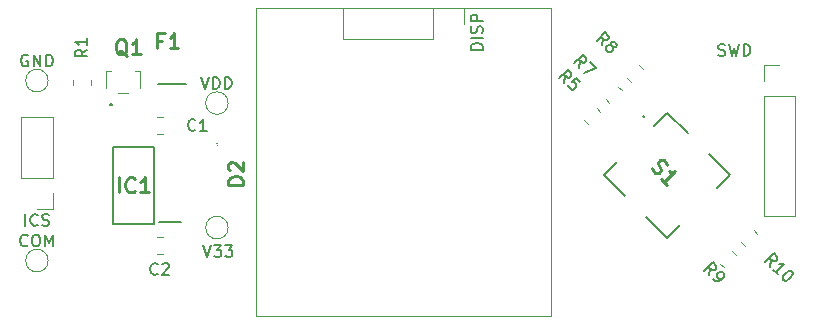
<source format=gbr>
%TF.GenerationSoftware,KiCad,Pcbnew,7.0.6*%
%TF.CreationDate,2024-01-24T15:29:16+09:00*%
%TF.ProjectId,EVO2_ICS_CARD,45564f32-5f49-4435-935f-434152442e6b,rev?*%
%TF.SameCoordinates,Original*%
%TF.FileFunction,Legend,Top*%
%TF.FilePolarity,Positive*%
%FSLAX46Y46*%
G04 Gerber Fmt 4.6, Leading zero omitted, Abs format (unit mm)*
G04 Created by KiCad (PCBNEW 7.0.6) date 2024-01-24 15:29:16*
%MOMM*%
%LPD*%
G01*
G04 APERTURE LIST*
%ADD10C,0.254000*%
%ADD11C,0.150000*%
%ADD12C,0.100000*%
%ADD13C,0.120000*%
%ADD14C,0.200000*%
G04 APERTURE END LIST*
D10*
X39690318Y-34211381D02*
X38420318Y-34211381D01*
X38420318Y-34211381D02*
X38420318Y-33909000D01*
X38420318Y-33909000D02*
X38480794Y-33727571D01*
X38480794Y-33727571D02*
X38601746Y-33606619D01*
X38601746Y-33606619D02*
X38722699Y-33546142D01*
X38722699Y-33546142D02*
X38964603Y-33485666D01*
X38964603Y-33485666D02*
X39146032Y-33485666D01*
X39146032Y-33485666D02*
X39387937Y-33546142D01*
X39387937Y-33546142D02*
X39508889Y-33606619D01*
X39508889Y-33606619D02*
X39629842Y-33727571D01*
X39629842Y-33727571D02*
X39690318Y-33909000D01*
X39690318Y-33909000D02*
X39690318Y-34211381D01*
X38541270Y-33001857D02*
X38480794Y-32941381D01*
X38480794Y-32941381D02*
X38420318Y-32820428D01*
X38420318Y-32820428D02*
X38420318Y-32518047D01*
X38420318Y-32518047D02*
X38480794Y-32397095D01*
X38480794Y-32397095D02*
X38541270Y-32336619D01*
X38541270Y-32336619D02*
X38662222Y-32276142D01*
X38662222Y-32276142D02*
X38783175Y-32276142D01*
X38783175Y-32276142D02*
X38964603Y-32336619D01*
X38964603Y-32336619D02*
X39690318Y-33062333D01*
X39690318Y-33062333D02*
X39690318Y-32276142D01*
D11*
X36306286Y-39332819D02*
X36639619Y-40332819D01*
X36639619Y-40332819D02*
X36972952Y-39332819D01*
X37211048Y-39332819D02*
X37830095Y-39332819D01*
X37830095Y-39332819D02*
X37496762Y-39713771D01*
X37496762Y-39713771D02*
X37639619Y-39713771D01*
X37639619Y-39713771D02*
X37734857Y-39761390D01*
X37734857Y-39761390D02*
X37782476Y-39809009D01*
X37782476Y-39809009D02*
X37830095Y-39904247D01*
X37830095Y-39904247D02*
X37830095Y-40142342D01*
X37830095Y-40142342D02*
X37782476Y-40237580D01*
X37782476Y-40237580D02*
X37734857Y-40285200D01*
X37734857Y-40285200D02*
X37639619Y-40332819D01*
X37639619Y-40332819D02*
X37353905Y-40332819D01*
X37353905Y-40332819D02*
X37258667Y-40285200D01*
X37258667Y-40285200D02*
X37211048Y-40237580D01*
X38163429Y-39332819D02*
X38782476Y-39332819D01*
X38782476Y-39332819D02*
X38449143Y-39713771D01*
X38449143Y-39713771D02*
X38592000Y-39713771D01*
X38592000Y-39713771D02*
X38687238Y-39761390D01*
X38687238Y-39761390D02*
X38734857Y-39809009D01*
X38734857Y-39809009D02*
X38782476Y-39904247D01*
X38782476Y-39904247D02*
X38782476Y-40142342D01*
X38782476Y-40142342D02*
X38734857Y-40237580D01*
X38734857Y-40237580D02*
X38687238Y-40285200D01*
X38687238Y-40285200D02*
X38592000Y-40332819D01*
X38592000Y-40332819D02*
X38306286Y-40332819D01*
X38306286Y-40332819D02*
X38211048Y-40285200D01*
X38211048Y-40285200D02*
X38163429Y-40237580D01*
X32450833Y-41761580D02*
X32403214Y-41809200D01*
X32403214Y-41809200D02*
X32260357Y-41856819D01*
X32260357Y-41856819D02*
X32165119Y-41856819D01*
X32165119Y-41856819D02*
X32022262Y-41809200D01*
X32022262Y-41809200D02*
X31927024Y-41713961D01*
X31927024Y-41713961D02*
X31879405Y-41618723D01*
X31879405Y-41618723D02*
X31831786Y-41428247D01*
X31831786Y-41428247D02*
X31831786Y-41285390D01*
X31831786Y-41285390D02*
X31879405Y-41094914D01*
X31879405Y-41094914D02*
X31927024Y-40999676D01*
X31927024Y-40999676D02*
X32022262Y-40904438D01*
X32022262Y-40904438D02*
X32165119Y-40856819D01*
X32165119Y-40856819D02*
X32260357Y-40856819D01*
X32260357Y-40856819D02*
X32403214Y-40904438D01*
X32403214Y-40904438D02*
X32450833Y-40952057D01*
X32831786Y-40952057D02*
X32879405Y-40904438D01*
X32879405Y-40904438D02*
X32974643Y-40856819D01*
X32974643Y-40856819D02*
X33212738Y-40856819D01*
X33212738Y-40856819D02*
X33307976Y-40904438D01*
X33307976Y-40904438D02*
X33355595Y-40952057D01*
X33355595Y-40952057D02*
X33403214Y-41047295D01*
X33403214Y-41047295D02*
X33403214Y-41142533D01*
X33403214Y-41142533D02*
X33355595Y-41285390D01*
X33355595Y-41285390D02*
X32784167Y-41856819D01*
X32784167Y-41856819D02*
X33403214Y-41856819D01*
D10*
X29851047Y-23301270D02*
X29730095Y-23240794D01*
X29730095Y-23240794D02*
X29609142Y-23119842D01*
X29609142Y-23119842D02*
X29427714Y-22938413D01*
X29427714Y-22938413D02*
X29306761Y-22877937D01*
X29306761Y-22877937D02*
X29185809Y-22877937D01*
X29246285Y-23180318D02*
X29125333Y-23119842D01*
X29125333Y-23119842D02*
X29004380Y-22998889D01*
X29004380Y-22998889D02*
X28943904Y-22756984D01*
X28943904Y-22756984D02*
X28943904Y-22333651D01*
X28943904Y-22333651D02*
X29004380Y-22091746D01*
X29004380Y-22091746D02*
X29125333Y-21970794D01*
X29125333Y-21970794D02*
X29246285Y-21910318D01*
X29246285Y-21910318D02*
X29488190Y-21910318D01*
X29488190Y-21910318D02*
X29609142Y-21970794D01*
X29609142Y-21970794D02*
X29730095Y-22091746D01*
X29730095Y-22091746D02*
X29790571Y-22333651D01*
X29790571Y-22333651D02*
X29790571Y-22756984D01*
X29790571Y-22756984D02*
X29730095Y-22998889D01*
X29730095Y-22998889D02*
X29609142Y-23119842D01*
X29609142Y-23119842D02*
X29488190Y-23180318D01*
X29488190Y-23180318D02*
X29246285Y-23180318D01*
X31000095Y-23180318D02*
X30274380Y-23180318D01*
X30637237Y-23180318D02*
X30637237Y-21910318D01*
X30637237Y-21910318D02*
X30516285Y-22091746D01*
X30516285Y-22091746D02*
X30395333Y-22212699D01*
X30395333Y-22212699D02*
X30274380Y-22273175D01*
D11*
X21248810Y-37694819D02*
X21248810Y-36694819D01*
X22296428Y-37599580D02*
X22248809Y-37647200D01*
X22248809Y-37647200D02*
X22105952Y-37694819D01*
X22105952Y-37694819D02*
X22010714Y-37694819D01*
X22010714Y-37694819D02*
X21867857Y-37647200D01*
X21867857Y-37647200D02*
X21772619Y-37551961D01*
X21772619Y-37551961D02*
X21725000Y-37456723D01*
X21725000Y-37456723D02*
X21677381Y-37266247D01*
X21677381Y-37266247D02*
X21677381Y-37123390D01*
X21677381Y-37123390D02*
X21725000Y-36932914D01*
X21725000Y-36932914D02*
X21772619Y-36837676D01*
X21772619Y-36837676D02*
X21867857Y-36742438D01*
X21867857Y-36742438D02*
X22010714Y-36694819D01*
X22010714Y-36694819D02*
X22105952Y-36694819D01*
X22105952Y-36694819D02*
X22248809Y-36742438D01*
X22248809Y-36742438D02*
X22296428Y-36790057D01*
X22677381Y-37647200D02*
X22820238Y-37694819D01*
X22820238Y-37694819D02*
X23058333Y-37694819D01*
X23058333Y-37694819D02*
X23153571Y-37647200D01*
X23153571Y-37647200D02*
X23201190Y-37599580D01*
X23201190Y-37599580D02*
X23248809Y-37504342D01*
X23248809Y-37504342D02*
X23248809Y-37409104D01*
X23248809Y-37409104D02*
X23201190Y-37313866D01*
X23201190Y-37313866D02*
X23153571Y-37266247D01*
X23153571Y-37266247D02*
X23058333Y-37218628D01*
X23058333Y-37218628D02*
X22867857Y-37171009D01*
X22867857Y-37171009D02*
X22772619Y-37123390D01*
X22772619Y-37123390D02*
X22725000Y-37075771D01*
X22725000Y-37075771D02*
X22677381Y-36980533D01*
X22677381Y-36980533D02*
X22677381Y-36885295D01*
X22677381Y-36885295D02*
X22725000Y-36790057D01*
X22725000Y-36790057D02*
X22772619Y-36742438D01*
X22772619Y-36742438D02*
X22867857Y-36694819D01*
X22867857Y-36694819D02*
X23105952Y-36694819D01*
X23105952Y-36694819D02*
X23248809Y-36742438D01*
X21439285Y-39351580D02*
X21391666Y-39399200D01*
X21391666Y-39399200D02*
X21248809Y-39446819D01*
X21248809Y-39446819D02*
X21153571Y-39446819D01*
X21153571Y-39446819D02*
X21010714Y-39399200D01*
X21010714Y-39399200D02*
X20915476Y-39303961D01*
X20915476Y-39303961D02*
X20867857Y-39208723D01*
X20867857Y-39208723D02*
X20820238Y-39018247D01*
X20820238Y-39018247D02*
X20820238Y-38875390D01*
X20820238Y-38875390D02*
X20867857Y-38684914D01*
X20867857Y-38684914D02*
X20915476Y-38589676D01*
X20915476Y-38589676D02*
X21010714Y-38494438D01*
X21010714Y-38494438D02*
X21153571Y-38446819D01*
X21153571Y-38446819D02*
X21248809Y-38446819D01*
X21248809Y-38446819D02*
X21391666Y-38494438D01*
X21391666Y-38494438D02*
X21439285Y-38542057D01*
X22058333Y-38446819D02*
X22248809Y-38446819D01*
X22248809Y-38446819D02*
X22344047Y-38494438D01*
X22344047Y-38494438D02*
X22439285Y-38589676D01*
X22439285Y-38589676D02*
X22486904Y-38780152D01*
X22486904Y-38780152D02*
X22486904Y-39113485D01*
X22486904Y-39113485D02*
X22439285Y-39303961D01*
X22439285Y-39303961D02*
X22344047Y-39399200D01*
X22344047Y-39399200D02*
X22248809Y-39446819D01*
X22248809Y-39446819D02*
X22058333Y-39446819D01*
X22058333Y-39446819D02*
X21963095Y-39399200D01*
X21963095Y-39399200D02*
X21867857Y-39303961D01*
X21867857Y-39303961D02*
X21820238Y-39113485D01*
X21820238Y-39113485D02*
X21820238Y-38780152D01*
X21820238Y-38780152D02*
X21867857Y-38589676D01*
X21867857Y-38589676D02*
X21963095Y-38494438D01*
X21963095Y-38494438D02*
X22058333Y-38446819D01*
X22915476Y-39446819D02*
X22915476Y-38446819D01*
X22915476Y-38446819D02*
X23248809Y-39161104D01*
X23248809Y-39161104D02*
X23582142Y-38446819D01*
X23582142Y-38446819D02*
X23582142Y-39446819D01*
X36131667Y-25111819D02*
X36465000Y-26111819D01*
X36465000Y-26111819D02*
X36798333Y-25111819D01*
X37131667Y-26111819D02*
X37131667Y-25111819D01*
X37131667Y-25111819D02*
X37369762Y-25111819D01*
X37369762Y-25111819D02*
X37512619Y-25159438D01*
X37512619Y-25159438D02*
X37607857Y-25254676D01*
X37607857Y-25254676D02*
X37655476Y-25349914D01*
X37655476Y-25349914D02*
X37703095Y-25540390D01*
X37703095Y-25540390D02*
X37703095Y-25683247D01*
X37703095Y-25683247D02*
X37655476Y-25873723D01*
X37655476Y-25873723D02*
X37607857Y-25968961D01*
X37607857Y-25968961D02*
X37512619Y-26064200D01*
X37512619Y-26064200D02*
X37369762Y-26111819D01*
X37369762Y-26111819D02*
X37131667Y-26111819D01*
X38131667Y-26111819D02*
X38131667Y-25111819D01*
X38131667Y-25111819D02*
X38369762Y-25111819D01*
X38369762Y-25111819D02*
X38512619Y-25159438D01*
X38512619Y-25159438D02*
X38607857Y-25254676D01*
X38607857Y-25254676D02*
X38655476Y-25349914D01*
X38655476Y-25349914D02*
X38703095Y-25540390D01*
X38703095Y-25540390D02*
X38703095Y-25683247D01*
X38703095Y-25683247D02*
X38655476Y-25873723D01*
X38655476Y-25873723D02*
X38607857Y-25968961D01*
X38607857Y-25968961D02*
X38512619Y-26064200D01*
X38512619Y-26064200D02*
X38369762Y-26111819D01*
X38369762Y-26111819D02*
X38131667Y-26111819D01*
D10*
X29165237Y-34864318D02*
X29165237Y-33594318D01*
X30495714Y-34743365D02*
X30435238Y-34803842D01*
X30435238Y-34803842D02*
X30253809Y-34864318D01*
X30253809Y-34864318D02*
X30132857Y-34864318D01*
X30132857Y-34864318D02*
X29951428Y-34803842D01*
X29951428Y-34803842D02*
X29830476Y-34682889D01*
X29830476Y-34682889D02*
X29769999Y-34561937D01*
X29769999Y-34561937D02*
X29709523Y-34320032D01*
X29709523Y-34320032D02*
X29709523Y-34138603D01*
X29709523Y-34138603D02*
X29769999Y-33896699D01*
X29769999Y-33896699D02*
X29830476Y-33775746D01*
X29830476Y-33775746D02*
X29951428Y-33654794D01*
X29951428Y-33654794D02*
X30132857Y-33594318D01*
X30132857Y-33594318D02*
X30253809Y-33594318D01*
X30253809Y-33594318D02*
X30435238Y-33654794D01*
X30435238Y-33654794D02*
X30495714Y-33715270D01*
X31705238Y-34864318D02*
X30979523Y-34864318D01*
X31342380Y-34864318D02*
X31342380Y-33594318D01*
X31342380Y-33594318D02*
X31221428Y-33775746D01*
X31221428Y-33775746D02*
X31100476Y-33896699D01*
X31100476Y-33896699D02*
X30979523Y-33957175D01*
D11*
X79147765Y-41901532D02*
X79248780Y-41329113D01*
X78743704Y-41497471D02*
X79450811Y-40790365D01*
X79450811Y-40790365D02*
X79720185Y-41059739D01*
X79720185Y-41059739D02*
X79753857Y-41160754D01*
X79753857Y-41160754D02*
X79753857Y-41228097D01*
X79753857Y-41228097D02*
X79720185Y-41329113D01*
X79720185Y-41329113D02*
X79619170Y-41430128D01*
X79619170Y-41430128D02*
X79518154Y-41463800D01*
X79518154Y-41463800D02*
X79450811Y-41463800D01*
X79450811Y-41463800D02*
X79349796Y-41430128D01*
X79349796Y-41430128D02*
X79080422Y-41160754D01*
X79484483Y-42238250D02*
X79619170Y-42372937D01*
X79619170Y-42372937D02*
X79720185Y-42406609D01*
X79720185Y-42406609D02*
X79787528Y-42406609D01*
X79787528Y-42406609D02*
X79955887Y-42372937D01*
X79955887Y-42372937D02*
X80124246Y-42271922D01*
X80124246Y-42271922D02*
X80393620Y-42002548D01*
X80393620Y-42002548D02*
X80427292Y-41901532D01*
X80427292Y-41901532D02*
X80427292Y-41834189D01*
X80427292Y-41834189D02*
X80393620Y-41733174D01*
X80393620Y-41733174D02*
X80258933Y-41598487D01*
X80258933Y-41598487D02*
X80157918Y-41564815D01*
X80157918Y-41564815D02*
X80090574Y-41564815D01*
X80090574Y-41564815D02*
X79989559Y-41598487D01*
X79989559Y-41598487D02*
X79821200Y-41766845D01*
X79821200Y-41766845D02*
X79787528Y-41867861D01*
X79787528Y-41867861D02*
X79787528Y-41935204D01*
X79787528Y-41935204D02*
X79821200Y-42036219D01*
X79821200Y-42036219D02*
X79955887Y-42170906D01*
X79955887Y-42170906D02*
X80056902Y-42204578D01*
X80056902Y-42204578D02*
X80124246Y-42204578D01*
X80124246Y-42204578D02*
X80225261Y-42170906D01*
X66870542Y-25603754D02*
X66971557Y-25031335D01*
X66466481Y-25199693D02*
X67173588Y-24492587D01*
X67173588Y-24492587D02*
X67442962Y-24761961D01*
X67442962Y-24761961D02*
X67476634Y-24862976D01*
X67476634Y-24862976D02*
X67476634Y-24930319D01*
X67476634Y-24930319D02*
X67442962Y-25031335D01*
X67442962Y-25031335D02*
X67341947Y-25132350D01*
X67341947Y-25132350D02*
X67240931Y-25166022D01*
X67240931Y-25166022D02*
X67173588Y-25166022D01*
X67173588Y-25166022D02*
X67072573Y-25132350D01*
X67072573Y-25132350D02*
X66803199Y-24862976D01*
X68217412Y-25536411D02*
X67880695Y-25199693D01*
X67880695Y-25199693D02*
X67510305Y-25502739D01*
X67510305Y-25502739D02*
X67577649Y-25502739D01*
X67577649Y-25502739D02*
X67678664Y-25536411D01*
X67678664Y-25536411D02*
X67847023Y-25704770D01*
X67847023Y-25704770D02*
X67880695Y-25805785D01*
X67880695Y-25805785D02*
X67880695Y-25873128D01*
X67880695Y-25873128D02*
X67847023Y-25974144D01*
X67847023Y-25974144D02*
X67678664Y-26142502D01*
X67678664Y-26142502D02*
X67577649Y-26176174D01*
X67577649Y-26176174D02*
X67510305Y-26176174D01*
X67510305Y-26176174D02*
X67409290Y-26142502D01*
X67409290Y-26142502D02*
X67240931Y-25974144D01*
X67240931Y-25974144D02*
X67207260Y-25873128D01*
X67207260Y-25873128D02*
X67207260Y-25805785D01*
X79922857Y-23267200D02*
X80065714Y-23314819D01*
X80065714Y-23314819D02*
X80303809Y-23314819D01*
X80303809Y-23314819D02*
X80399047Y-23267200D01*
X80399047Y-23267200D02*
X80446666Y-23219580D01*
X80446666Y-23219580D02*
X80494285Y-23124342D01*
X80494285Y-23124342D02*
X80494285Y-23029104D01*
X80494285Y-23029104D02*
X80446666Y-22933866D01*
X80446666Y-22933866D02*
X80399047Y-22886247D01*
X80399047Y-22886247D02*
X80303809Y-22838628D01*
X80303809Y-22838628D02*
X80113333Y-22791009D01*
X80113333Y-22791009D02*
X80018095Y-22743390D01*
X80018095Y-22743390D02*
X79970476Y-22695771D01*
X79970476Y-22695771D02*
X79922857Y-22600533D01*
X79922857Y-22600533D02*
X79922857Y-22505295D01*
X79922857Y-22505295D02*
X79970476Y-22410057D01*
X79970476Y-22410057D02*
X80018095Y-22362438D01*
X80018095Y-22362438D02*
X80113333Y-22314819D01*
X80113333Y-22314819D02*
X80351428Y-22314819D01*
X80351428Y-22314819D02*
X80494285Y-22362438D01*
X80827619Y-22314819D02*
X81065714Y-23314819D01*
X81065714Y-23314819D02*
X81256190Y-22600533D01*
X81256190Y-22600533D02*
X81446666Y-23314819D01*
X81446666Y-23314819D02*
X81684762Y-22314819D01*
X82065714Y-23314819D02*
X82065714Y-22314819D01*
X82065714Y-22314819D02*
X82303809Y-22314819D01*
X82303809Y-22314819D02*
X82446666Y-22362438D01*
X82446666Y-22362438D02*
X82541904Y-22457676D01*
X82541904Y-22457676D02*
X82589523Y-22552914D01*
X82589523Y-22552914D02*
X82637142Y-22743390D01*
X82637142Y-22743390D02*
X82637142Y-22886247D01*
X82637142Y-22886247D02*
X82589523Y-23076723D01*
X82589523Y-23076723D02*
X82541904Y-23171961D01*
X82541904Y-23171961D02*
X82446666Y-23267200D01*
X82446666Y-23267200D02*
X82303809Y-23314819D01*
X82303809Y-23314819D02*
X82065714Y-23314819D01*
D10*
X32850667Y-22007080D02*
X32427333Y-22007080D01*
X32427333Y-22672318D02*
X32427333Y-21402318D01*
X32427333Y-21402318D02*
X33032095Y-21402318D01*
X34181143Y-22672318D02*
X33455428Y-22672318D01*
X33818285Y-22672318D02*
X33818285Y-21402318D01*
X33818285Y-21402318D02*
X33697333Y-21583746D01*
X33697333Y-21583746D02*
X33576381Y-21704699D01*
X33576381Y-21704699D02*
X33455428Y-21765175D01*
D11*
X70045543Y-22428754D02*
X70146558Y-21856335D01*
X69641482Y-22024693D02*
X70348589Y-21317587D01*
X70348589Y-21317587D02*
X70617963Y-21586961D01*
X70617963Y-21586961D02*
X70651635Y-21687976D01*
X70651635Y-21687976D02*
X70651635Y-21755319D01*
X70651635Y-21755319D02*
X70617963Y-21856335D01*
X70617963Y-21856335D02*
X70516948Y-21957350D01*
X70516948Y-21957350D02*
X70415932Y-21991022D01*
X70415932Y-21991022D02*
X70348589Y-21991022D01*
X70348589Y-21991022D02*
X70247574Y-21957350D01*
X70247574Y-21957350D02*
X69978200Y-21687976D01*
X70853665Y-22428754D02*
X70819993Y-22327739D01*
X70819993Y-22327739D02*
X70819993Y-22260396D01*
X70819993Y-22260396D02*
X70853665Y-22159380D01*
X70853665Y-22159380D02*
X70887337Y-22125709D01*
X70887337Y-22125709D02*
X70988352Y-22092037D01*
X70988352Y-22092037D02*
X71055696Y-22092037D01*
X71055696Y-22092037D02*
X71156711Y-22125709D01*
X71156711Y-22125709D02*
X71291398Y-22260396D01*
X71291398Y-22260396D02*
X71325070Y-22361411D01*
X71325070Y-22361411D02*
X71325070Y-22428754D01*
X71325070Y-22428754D02*
X71291398Y-22529770D01*
X71291398Y-22529770D02*
X71257726Y-22563441D01*
X71257726Y-22563441D02*
X71156711Y-22597113D01*
X71156711Y-22597113D02*
X71089367Y-22597113D01*
X71089367Y-22597113D02*
X70988352Y-22563441D01*
X70988352Y-22563441D02*
X70853665Y-22428754D01*
X70853665Y-22428754D02*
X70752650Y-22395083D01*
X70752650Y-22395083D02*
X70685306Y-22395083D01*
X70685306Y-22395083D02*
X70584291Y-22428754D01*
X70584291Y-22428754D02*
X70449604Y-22563441D01*
X70449604Y-22563441D02*
X70415932Y-22664457D01*
X70415932Y-22664457D02*
X70415932Y-22731800D01*
X70415932Y-22731800D02*
X70449604Y-22832815D01*
X70449604Y-22832815D02*
X70584291Y-22967502D01*
X70584291Y-22967502D02*
X70685306Y-23001174D01*
X70685306Y-23001174D02*
X70752650Y-23001174D01*
X70752650Y-23001174D02*
X70853665Y-22967502D01*
X70853665Y-22967502D02*
X70988352Y-22832815D01*
X70988352Y-22832815D02*
X71022024Y-22731800D01*
X71022024Y-22731800D02*
X71022024Y-22664457D01*
X71022024Y-22664457D02*
X70988352Y-22563441D01*
X68140543Y-24333754D02*
X68241558Y-23761335D01*
X67736482Y-23929693D02*
X68443589Y-23222587D01*
X68443589Y-23222587D02*
X68712963Y-23491961D01*
X68712963Y-23491961D02*
X68746635Y-23592976D01*
X68746635Y-23592976D02*
X68746635Y-23660319D01*
X68746635Y-23660319D02*
X68712963Y-23761335D01*
X68712963Y-23761335D02*
X68611948Y-23862350D01*
X68611948Y-23862350D02*
X68510932Y-23896022D01*
X68510932Y-23896022D02*
X68443589Y-23896022D01*
X68443589Y-23896022D02*
X68342574Y-23862350D01*
X68342574Y-23862350D02*
X68073200Y-23592976D01*
X69083352Y-23862350D02*
X69554757Y-24333754D01*
X69554757Y-24333754D02*
X68544604Y-24737815D01*
X59972819Y-22809189D02*
X58972819Y-22809189D01*
X58972819Y-22809189D02*
X58972819Y-22571094D01*
X58972819Y-22571094D02*
X59020438Y-22428237D01*
X59020438Y-22428237D02*
X59115676Y-22332999D01*
X59115676Y-22332999D02*
X59210914Y-22285380D01*
X59210914Y-22285380D02*
X59401390Y-22237761D01*
X59401390Y-22237761D02*
X59544247Y-22237761D01*
X59544247Y-22237761D02*
X59734723Y-22285380D01*
X59734723Y-22285380D02*
X59829961Y-22332999D01*
X59829961Y-22332999D02*
X59925200Y-22428237D01*
X59925200Y-22428237D02*
X59972819Y-22571094D01*
X59972819Y-22571094D02*
X59972819Y-22809189D01*
X59972819Y-21809189D02*
X58972819Y-21809189D01*
X59925200Y-21380618D02*
X59972819Y-21237761D01*
X59972819Y-21237761D02*
X59972819Y-20999666D01*
X59972819Y-20999666D02*
X59925200Y-20904428D01*
X59925200Y-20904428D02*
X59877580Y-20856809D01*
X59877580Y-20856809D02*
X59782342Y-20809190D01*
X59782342Y-20809190D02*
X59687104Y-20809190D01*
X59687104Y-20809190D02*
X59591866Y-20856809D01*
X59591866Y-20856809D02*
X59544247Y-20904428D01*
X59544247Y-20904428D02*
X59496628Y-20999666D01*
X59496628Y-20999666D02*
X59449009Y-21190142D01*
X59449009Y-21190142D02*
X59401390Y-21285380D01*
X59401390Y-21285380D02*
X59353771Y-21332999D01*
X59353771Y-21332999D02*
X59258533Y-21380618D01*
X59258533Y-21380618D02*
X59163295Y-21380618D01*
X59163295Y-21380618D02*
X59068057Y-21332999D01*
X59068057Y-21332999D02*
X59020438Y-21285380D01*
X59020438Y-21285380D02*
X58972819Y-21190142D01*
X58972819Y-21190142D02*
X58972819Y-20952047D01*
X58972819Y-20952047D02*
X59020438Y-20809190D01*
X59972819Y-20380618D02*
X58972819Y-20380618D01*
X58972819Y-20380618D02*
X58972819Y-19999666D01*
X58972819Y-19999666D02*
X59020438Y-19904428D01*
X59020438Y-19904428D02*
X59068057Y-19856809D01*
X59068057Y-19856809D02*
X59163295Y-19809190D01*
X59163295Y-19809190D02*
X59306152Y-19809190D01*
X59306152Y-19809190D02*
X59401390Y-19856809D01*
X59401390Y-19856809D02*
X59449009Y-19904428D01*
X59449009Y-19904428D02*
X59496628Y-19999666D01*
X59496628Y-19999666D02*
X59496628Y-20380618D01*
D10*
X74269961Y-32832501D02*
X74355487Y-33003553D01*
X74355487Y-33003553D02*
X74569303Y-33217369D01*
X74569303Y-33217369D02*
X74697592Y-33260132D01*
X74697592Y-33260132D02*
X74783119Y-33260132D01*
X74783119Y-33260132D02*
X74911408Y-33217369D01*
X74911408Y-33217369D02*
X74996934Y-33131842D01*
X74996934Y-33131842D02*
X75039697Y-33003553D01*
X75039697Y-33003553D02*
X75039697Y-32918027D01*
X75039697Y-32918027D02*
X74996934Y-32789737D01*
X74996934Y-32789737D02*
X74868645Y-32575922D01*
X74868645Y-32575922D02*
X74825882Y-32447632D01*
X74825882Y-32447632D02*
X74825882Y-32362106D01*
X74825882Y-32362106D02*
X74868645Y-32233817D01*
X74868645Y-32233817D02*
X74954171Y-32148291D01*
X74954171Y-32148291D02*
X75082461Y-32105527D01*
X75082461Y-32105527D02*
X75167987Y-32105527D01*
X75167987Y-32105527D02*
X75296276Y-32148291D01*
X75296276Y-32148291D02*
X75510092Y-32362106D01*
X75510092Y-32362106D02*
X75595618Y-32533159D01*
X75595618Y-34243684D02*
X75082461Y-33730526D01*
X75339039Y-33987105D02*
X76237065Y-33089079D01*
X76237065Y-33089079D02*
X76023249Y-33131843D01*
X76023249Y-33131843D02*
X75852197Y-33131843D01*
X75852197Y-33131843D02*
X75723908Y-33089079D01*
D11*
X84313825Y-41142036D02*
X84414840Y-40569617D01*
X83909764Y-40737975D02*
X84616871Y-40030869D01*
X84616871Y-40030869D02*
X84886245Y-40300243D01*
X84886245Y-40300243D02*
X84919917Y-40401258D01*
X84919917Y-40401258D02*
X84919917Y-40468601D01*
X84919917Y-40468601D02*
X84886245Y-40569617D01*
X84886245Y-40569617D02*
X84785230Y-40670632D01*
X84785230Y-40670632D02*
X84684214Y-40704304D01*
X84684214Y-40704304D02*
X84616871Y-40704304D01*
X84616871Y-40704304D02*
X84515856Y-40670632D01*
X84515856Y-40670632D02*
X84246482Y-40401258D01*
X84987260Y-41815471D02*
X84583199Y-41411410D01*
X84785230Y-41613441D02*
X85492336Y-40906334D01*
X85492336Y-40906334D02*
X85323978Y-40940006D01*
X85323978Y-40940006D02*
X85189291Y-40940006D01*
X85189291Y-40940006D02*
X85088275Y-40906334D01*
X86132100Y-41546098D02*
X86199443Y-41613441D01*
X86199443Y-41613441D02*
X86233115Y-41714456D01*
X86233115Y-41714456D02*
X86233115Y-41781800D01*
X86233115Y-41781800D02*
X86199443Y-41882815D01*
X86199443Y-41882815D02*
X86098428Y-42051174D01*
X86098428Y-42051174D02*
X85930069Y-42219533D01*
X85930069Y-42219533D02*
X85761711Y-42320548D01*
X85761711Y-42320548D02*
X85660695Y-42354220D01*
X85660695Y-42354220D02*
X85593352Y-42354220D01*
X85593352Y-42354220D02*
X85492337Y-42320548D01*
X85492337Y-42320548D02*
X85424993Y-42253204D01*
X85424993Y-42253204D02*
X85391321Y-42152189D01*
X85391321Y-42152189D02*
X85391321Y-42084846D01*
X85391321Y-42084846D02*
X85424993Y-41983830D01*
X85424993Y-41983830D02*
X85526008Y-41815472D01*
X85526008Y-41815472D02*
X85694367Y-41647113D01*
X85694367Y-41647113D02*
X85862726Y-41546098D01*
X85862726Y-41546098D02*
X85963741Y-41512426D01*
X85963741Y-41512426D02*
X86031085Y-41512426D01*
X86031085Y-41512426D02*
X86132100Y-41546098D01*
X26489819Y-22772666D02*
X26013628Y-23105999D01*
X26489819Y-23344094D02*
X25489819Y-23344094D01*
X25489819Y-23344094D02*
X25489819Y-22963142D01*
X25489819Y-22963142D02*
X25537438Y-22867904D01*
X25537438Y-22867904D02*
X25585057Y-22820285D01*
X25585057Y-22820285D02*
X25680295Y-22772666D01*
X25680295Y-22772666D02*
X25823152Y-22772666D01*
X25823152Y-22772666D02*
X25918390Y-22820285D01*
X25918390Y-22820285D02*
X25966009Y-22867904D01*
X25966009Y-22867904D02*
X26013628Y-22963142D01*
X26013628Y-22963142D02*
X26013628Y-23344094D01*
X26489819Y-21820285D02*
X26489819Y-22391713D01*
X26489819Y-22105999D02*
X25489819Y-22105999D01*
X25489819Y-22105999D02*
X25632676Y-22201237D01*
X25632676Y-22201237D02*
X25727914Y-22296475D01*
X25727914Y-22296475D02*
X25775533Y-22391713D01*
X35647333Y-29569580D02*
X35599714Y-29617200D01*
X35599714Y-29617200D02*
X35456857Y-29664819D01*
X35456857Y-29664819D02*
X35361619Y-29664819D01*
X35361619Y-29664819D02*
X35218762Y-29617200D01*
X35218762Y-29617200D02*
X35123524Y-29521961D01*
X35123524Y-29521961D02*
X35075905Y-29426723D01*
X35075905Y-29426723D02*
X35028286Y-29236247D01*
X35028286Y-29236247D02*
X35028286Y-29093390D01*
X35028286Y-29093390D02*
X35075905Y-28902914D01*
X35075905Y-28902914D02*
X35123524Y-28807676D01*
X35123524Y-28807676D02*
X35218762Y-28712438D01*
X35218762Y-28712438D02*
X35361619Y-28664819D01*
X35361619Y-28664819D02*
X35456857Y-28664819D01*
X35456857Y-28664819D02*
X35599714Y-28712438D01*
X35599714Y-28712438D02*
X35647333Y-28760057D01*
X36599714Y-29664819D02*
X36028286Y-29664819D01*
X36314000Y-29664819D02*
X36314000Y-28664819D01*
X36314000Y-28664819D02*
X36218762Y-28807676D01*
X36218762Y-28807676D02*
X36123524Y-28902914D01*
X36123524Y-28902914D02*
X36028286Y-28950533D01*
X21463095Y-23254438D02*
X21367857Y-23206819D01*
X21367857Y-23206819D02*
X21225000Y-23206819D01*
X21225000Y-23206819D02*
X21082143Y-23254438D01*
X21082143Y-23254438D02*
X20986905Y-23349676D01*
X20986905Y-23349676D02*
X20939286Y-23444914D01*
X20939286Y-23444914D02*
X20891667Y-23635390D01*
X20891667Y-23635390D02*
X20891667Y-23778247D01*
X20891667Y-23778247D02*
X20939286Y-23968723D01*
X20939286Y-23968723D02*
X20986905Y-24063961D01*
X20986905Y-24063961D02*
X21082143Y-24159200D01*
X21082143Y-24159200D02*
X21225000Y-24206819D01*
X21225000Y-24206819D02*
X21320238Y-24206819D01*
X21320238Y-24206819D02*
X21463095Y-24159200D01*
X21463095Y-24159200D02*
X21510714Y-24111580D01*
X21510714Y-24111580D02*
X21510714Y-23778247D01*
X21510714Y-23778247D02*
X21320238Y-23778247D01*
X21939286Y-24206819D02*
X21939286Y-23206819D01*
X21939286Y-23206819D02*
X22510714Y-24206819D01*
X22510714Y-24206819D02*
X22510714Y-23206819D01*
X22986905Y-24206819D02*
X22986905Y-23206819D01*
X22986905Y-23206819D02*
X23225000Y-23206819D01*
X23225000Y-23206819D02*
X23367857Y-23254438D01*
X23367857Y-23254438D02*
X23463095Y-23349676D01*
X23463095Y-23349676D02*
X23510714Y-23444914D01*
X23510714Y-23444914D02*
X23558333Y-23635390D01*
X23558333Y-23635390D02*
X23558333Y-23778247D01*
X23558333Y-23778247D02*
X23510714Y-23968723D01*
X23510714Y-23968723D02*
X23463095Y-24063961D01*
X23463095Y-24063961D02*
X23367857Y-24159200D01*
X23367857Y-24159200D02*
X23225000Y-24206819D01*
X23225000Y-24206819D02*
X22986905Y-24206819D01*
D12*
%TO.C,D2*%
X37465000Y-30720000D02*
X37465000Y-30720000D01*
X37465000Y-30820000D02*
X37465000Y-30820000D01*
X37465000Y-30820000D02*
G75*
G03*
X37465000Y-30720000I0J50000D01*
G01*
X37465000Y-30720000D02*
G75*
G03*
X37465000Y-30820000I0J-50000D01*
G01*
D13*
%TO.C,V33*%
X38415000Y-37846000D02*
G75*
G03*
X38415000Y-37846000I-950000J0D01*
G01*
%TO.C,C2*%
X32356248Y-38635000D02*
X32878752Y-38635000D01*
X32356248Y-40105000D02*
X32878752Y-40105000D01*
D12*
%TO.C,Q1*%
X28075000Y-24625000D02*
X28075000Y-26025000D01*
D14*
X28425000Y-27425000D02*
X28425000Y-27425000D01*
D12*
X28525000Y-24625000D02*
X28075000Y-24625000D01*
D14*
X28625000Y-27425000D02*
X28625000Y-27425000D01*
D12*
X29125000Y-26425000D02*
X29925000Y-26425000D01*
X30525000Y-24625000D02*
X30975000Y-24625000D01*
X30975000Y-24625000D02*
X30975000Y-26025000D01*
D14*
X28625000Y-27425000D02*
G75*
G03*
X28425000Y-27425000I-100000J0D01*
G01*
X28425000Y-27425000D02*
G75*
G03*
X28625000Y-27425000I100000J0D01*
G01*
D13*
%TO.C,ICS*%
X23555000Y-36240000D02*
X22225000Y-36240000D01*
X23555000Y-34910000D02*
X23555000Y-36240000D01*
X23555000Y-33640000D02*
X23555000Y-28500000D01*
X23555000Y-33640000D02*
X20895000Y-33640000D01*
X23555000Y-28500000D02*
X20895000Y-28500000D01*
X20895000Y-33640000D02*
X20895000Y-28500000D01*
%TO.C,COM*%
X23175000Y-40640000D02*
G75*
G03*
X23175000Y-40640000I-950000J0D01*
G01*
%TO.C,VDD*%
X38415000Y-27305000D02*
G75*
G03*
X38415000Y-27305000I-950000J0D01*
G01*
D14*
%TO.C,IC1*%
X34430000Y-37390000D02*
X32580000Y-37390000D01*
X32155000Y-37540000D02*
X28655000Y-37540000D01*
X32155000Y-31040000D02*
X32155000Y-37540000D01*
X28655000Y-37540000D02*
X28655000Y-31040000D01*
X28655000Y-31040000D02*
X32155000Y-31040000D01*
D13*
%TO.C,R9*%
X80394783Y-41211334D02*
X80073666Y-40890217D01*
X81434230Y-40171887D02*
X81113113Y-39850770D01*
%TO.C,R5*%
X69611007Y-27713662D02*
X69932124Y-28034779D01*
X68571560Y-28753109D02*
X68892677Y-29074226D01*
%TO.C,SWD*%
X83760000Y-24070000D02*
X85090000Y-24070000D01*
X83760000Y-25400000D02*
X83760000Y-24070000D01*
X83760000Y-26670000D02*
X83760000Y-36890000D01*
X83760000Y-26670000D02*
X86420000Y-26670000D01*
X83760000Y-36890000D02*
X86420000Y-36890000D01*
X86420000Y-26670000D02*
X86420000Y-36890000D01*
D14*
%TO.C,F1*%
X34843000Y-25670000D02*
X32467000Y-25670000D01*
D13*
%TO.C,R8*%
X73203109Y-24121560D02*
X73524226Y-24442677D01*
X72163662Y-25161007D02*
X72484779Y-25482124D01*
%TO.C,R7*%
X71407058Y-25917611D02*
X71728175Y-26238728D01*
X70367611Y-26957058D02*
X70688728Y-27278175D01*
%TO.C,DISP*%
X58394000Y-19244000D02*
X58394000Y-20574000D01*
X57064000Y-19244000D02*
X58394000Y-19244000D01*
X55794000Y-19244000D02*
X48114000Y-19244000D01*
X55794000Y-19244000D02*
X55794000Y-21904000D01*
X48114000Y-19244000D02*
X48114000Y-21904000D01*
X55794000Y-21904000D02*
X48114000Y-21904000D01*
D12*
X65754000Y-19244000D02*
X40754000Y-19244000D01*
X40754000Y-19244000D02*
X40754000Y-45304000D01*
X40754000Y-45304000D02*
X65754000Y-45304000D01*
X65754000Y-45304000D02*
X65754000Y-19244000D01*
D14*
%TO.C,S1*%
X75565000Y-28111699D02*
X74468984Y-29207715D01*
X75565000Y-28111699D02*
X77332767Y-29879466D01*
X70261699Y-33415000D02*
X71357715Y-32318984D01*
X70261699Y-33415000D02*
X72029466Y-35182767D01*
X80868301Y-33415000D02*
X79100534Y-31647233D01*
X80868301Y-33415000D02*
X79772285Y-34511016D01*
X75565000Y-38718301D02*
X73797233Y-36950534D01*
X75565000Y-38718301D02*
X76661016Y-37622285D01*
X73670199Y-28455353D02*
G75*
G03*
X73670199Y-28455353I-72370J0D01*
G01*
D13*
%TO.C,R10*%
X82190835Y-39415282D02*
X81869718Y-39094165D01*
X83230282Y-38375835D02*
X82909165Y-38054718D01*
%TO.C,R1*%
X25300000Y-25802064D02*
X25300000Y-25347936D01*
X26770000Y-25802064D02*
X26770000Y-25347936D01*
%TO.C,C1*%
X32878752Y-29945000D02*
X32356248Y-29945000D01*
X32878752Y-28475000D02*
X32356248Y-28475000D01*
%TO.C,GND*%
X23175000Y-25400000D02*
G75*
G03*
X23175000Y-25400000I-950000J0D01*
G01*
%TD*%
M02*

</source>
